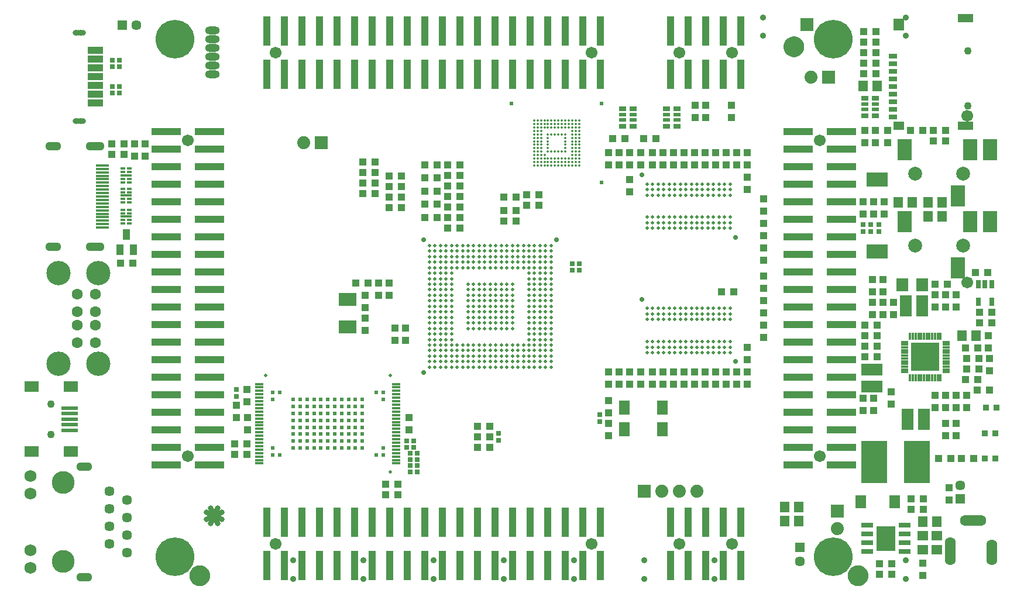
<source format=gbr>
G75*
G70*
%OFA0B0*%
%FSLAX24Y24*%
%IPPOS*%
%LPD*%
%AMOC8*
5,1,8,0,0,1.08239X$1,22.5*
%
%ADD10C,0.0631*%
%ADD11R,0.0740X0.0740*%
%ADD12R,0.0440X0.0440*%
%ADD13R,0.0540X0.0640*%
%ADD14R,0.0434X0.1713*%
%ADD15C,0.0670*%
%ADD16C,0.0434*%
%ADD17C,0.0500*%
%ADD18R,0.0571X0.0571*%
%ADD19C,0.0571*%
%ADD20R,0.0440X0.0200*%
%ADD21R,0.0440X0.0300*%
%ADD22R,0.1457X0.2402*%
%ADD23R,0.0355X0.0355*%
%ADD24C,0.0355*%
%ADD25R,0.0926X0.0237*%
%ADD26R,0.0846X0.0630*%
%ADD27R,0.0394X0.0119*%
%ADD28R,0.0119X0.0394*%
%ADD29R,0.1615X0.1615*%
%ADD30R,0.0749X0.0749*%
%ADD31R,0.0670X0.1221*%
%ADD32R,0.0690X0.0740*%
%ADD33R,0.1221X0.0670*%
%ADD34R,0.0512X0.0138*%
%ADD35R,0.0827X0.1221*%
%ADD36R,0.1221X0.0827*%
%ADD37C,0.0788*%
%ADD38C,0.1300*%
%ADD39C,0.0690*%
%ADD40C,0.0512*%
%ADD41C,0.0197*%
%ADD42C,0.0276*%
%ADD43C,0.0740*%
%ADD44R,0.0749X0.0138*%
%ADD45R,0.0270X0.0280*%
%ADD46R,0.0906X0.0394*%
%ADD47C,0.0317*%
%ADD48R,0.0280X0.0270*%
%ADD49R,0.0257X0.0512*%
%ADD50R,0.1713X0.0434*%
%ADD51R,0.0306X0.0119*%
%ADD52R,0.0345X0.0158*%
%ADD53C,0.1385*%
%ADD54R,0.0985X0.0749*%
%ADD55O,0.0840X0.0440*%
%ADD56R,0.0591X0.0512*%
%ADD57R,0.0591X0.0670*%
%ADD58R,0.0906X0.0512*%
%ADD59R,0.0472X0.0315*%
%ADD60R,0.0591X0.0827*%
%ADD61C,0.0237*%
%ADD62C,0.0808*%
%ADD63R,0.0670X0.0280*%
%ADD64R,0.1071X0.1422*%
%ADD65C,0.0926*%
%ADD66R,0.0611X0.0749*%
%ADD67R,0.0640X0.0540*%
%ADD68R,0.0434X0.0591*%
%ADD69C,0.0138*%
%ADD70C,0.2205*%
D10*
X008927Y021032D03*
X009958Y021032D03*
X009958Y022017D03*
X008927Y022017D03*
X008927Y022804D03*
X009958Y022804D03*
X009958Y023788D03*
X008927Y023788D03*
X058654Y009613D03*
X058654Y009494D03*
X058654Y009376D03*
X058654Y009258D03*
X058654Y009140D03*
X058654Y009022D03*
X058654Y008904D03*
X058654Y008786D03*
X058654Y008668D03*
X061016Y008668D03*
X061016Y008786D03*
X061016Y008904D03*
X061016Y009022D03*
X061016Y009140D03*
X061016Y009258D03*
X061016Y009376D03*
X061016Y009494D03*
X060367Y010892D03*
X060288Y010892D03*
X060170Y010892D03*
X060052Y010892D03*
X059934Y010892D03*
X059816Y010892D03*
X059697Y010892D03*
X059579Y010892D03*
X059501Y010892D03*
D11*
X052227Y011410D03*
X041227Y012560D03*
X022827Y032410D03*
X050477Y039160D03*
X051727Y036160D03*
D12*
X053727Y036360D03*
X054427Y036360D03*
X054427Y036960D03*
X054427Y037560D03*
X054427Y038160D03*
X053727Y038160D03*
X053727Y037560D03*
X053727Y036960D03*
X053727Y038760D03*
X054427Y038760D03*
X046177Y034560D03*
X046177Y033860D03*
X044727Y033860D03*
X044127Y033860D03*
X044127Y034560D03*
X044727Y034560D03*
X041877Y032660D03*
X041177Y032660D03*
X041027Y031860D03*
X041677Y031860D03*
X042277Y031860D03*
X042877Y031860D03*
X043477Y031860D03*
X044077Y031860D03*
X044677Y031860D03*
X045277Y031860D03*
X045877Y031860D03*
X046477Y031860D03*
X047077Y031860D03*
X047077Y031160D03*
X046477Y031160D03*
X045877Y031160D03*
X045277Y031160D03*
X044677Y031160D03*
X044077Y031160D03*
X043477Y031160D03*
X042877Y031160D03*
X042277Y031160D03*
X041677Y031160D03*
X041027Y031160D03*
X040377Y031160D03*
X039777Y031160D03*
X039177Y031160D03*
X039177Y031860D03*
X039777Y031860D03*
X040377Y031860D03*
X040127Y032660D03*
X039427Y032660D03*
X040377Y030310D03*
X040377Y029610D03*
X035227Y029460D03*
X035227Y028860D03*
X034527Y028860D03*
X034527Y029460D03*
X033927Y029310D03*
X033227Y029310D03*
X033227Y028560D03*
X033227Y027960D03*
X033927Y027960D03*
X033927Y028560D03*
X030727Y028760D03*
X030727Y028160D03*
X030727Y027560D03*
X030027Y027560D03*
X030027Y028160D03*
X029427Y028160D03*
X028727Y028160D03*
X030027Y028760D03*
X029427Y028910D03*
X028727Y028910D03*
X028727Y029660D03*
X029427Y029660D03*
X030027Y029360D03*
X030027Y029960D03*
X030027Y030560D03*
X029427Y030410D03*
X028727Y030410D03*
X028727Y031160D03*
X029427Y031160D03*
X030027Y031160D03*
X030727Y031160D03*
X030727Y030560D03*
X030727Y029960D03*
X030727Y029360D03*
X027377Y029310D03*
X027377Y029910D03*
X027377Y030510D03*
X026677Y030510D03*
X026677Y029910D03*
X026677Y029310D03*
X025877Y029510D03*
X025877Y030110D03*
X025177Y030110D03*
X025177Y029510D03*
X026677Y028710D03*
X027377Y028710D03*
X025877Y030710D03*
X025877Y031310D03*
X025177Y031310D03*
X025177Y030710D03*
X025477Y024410D03*
X026077Y024410D03*
X026677Y024410D03*
X026677Y023710D03*
X026077Y023710D03*
X025327Y023710D03*
X025327Y023010D03*
X025327Y022410D03*
X025327Y021710D03*
X027027Y021860D03*
X027627Y021860D03*
X027627Y021160D03*
X027027Y021160D03*
X024777Y024410D03*
X018577Y018360D03*
X018577Y017660D03*
X017977Y017460D03*
X017977Y016760D03*
X018627Y016760D03*
X018627Y016060D03*
X018577Y015260D03*
X018577Y014660D03*
X017877Y014660D03*
X017877Y015260D03*
X026477Y012960D03*
X026477Y012360D03*
X027177Y012360D03*
X027177Y012960D03*
X027827Y016060D03*
X027827Y016760D03*
X031727Y016260D03*
X032427Y016260D03*
X032427Y015660D03*
X032427Y015060D03*
X031727Y015060D03*
X031727Y015660D03*
X039177Y015710D03*
X039177Y016410D03*
X039177Y017010D03*
X039177Y017710D03*
X039177Y018660D03*
X039777Y018660D03*
X040377Y018660D03*
X041027Y018660D03*
X041677Y018660D03*
X042277Y018660D03*
X042877Y018660D03*
X043477Y018660D03*
X044077Y018660D03*
X044677Y018660D03*
X045277Y018660D03*
X045877Y018660D03*
X046477Y018660D03*
X047077Y018660D03*
X047077Y019360D03*
X046477Y019360D03*
X045877Y019360D03*
X045277Y019360D03*
X044677Y019360D03*
X044077Y019360D03*
X043477Y019360D03*
X042877Y019360D03*
X042277Y019360D03*
X041677Y019360D03*
X041027Y019360D03*
X040377Y019360D03*
X039777Y019360D03*
X039177Y019360D03*
X045627Y023910D03*
X046327Y023910D03*
X048027Y024110D03*
X048027Y023410D03*
X048027Y022710D03*
X048027Y022010D03*
X048027Y021310D03*
X047077Y020760D03*
X047077Y020060D03*
X053777Y020210D03*
X054477Y020210D03*
X054477Y020810D03*
X054477Y021410D03*
X054477Y022010D03*
X053777Y022010D03*
X053777Y021410D03*
X053777Y020810D03*
X054227Y022610D03*
X054827Y022610D03*
X055427Y022610D03*
X055427Y023310D03*
X054827Y023310D03*
X054227Y023310D03*
X054227Y023910D03*
X054827Y023910D03*
X054827Y024610D03*
X054227Y024610D03*
X057777Y024360D03*
X058477Y024360D03*
X058377Y023760D03*
X058977Y023760D03*
X058977Y023060D03*
X058377Y023060D03*
X057777Y023060D03*
X057777Y023760D03*
X060077Y025010D03*
X060777Y025010D03*
X061027Y022760D03*
X061027Y022160D03*
X060327Y022160D03*
X060327Y022760D03*
X060827Y021410D03*
X060827Y020710D03*
X060227Y020710D03*
X060277Y020110D03*
X060277Y019510D03*
X060877Y019410D03*
X060877Y020110D03*
X059577Y020110D03*
X059577Y019510D03*
X059527Y018910D03*
X060227Y018910D03*
X060177Y018310D03*
X059577Y018010D03*
X058977Y018010D03*
X058377Y018010D03*
X057777Y018010D03*
X057777Y017310D03*
X058377Y017310D03*
X058977Y017310D03*
X059577Y017310D03*
X058977Y016410D03*
X058377Y016410D03*
X058377Y015710D03*
X058977Y015710D03*
X059277Y014410D03*
X058677Y014410D03*
X057977Y014410D03*
X058577Y012760D03*
X058577Y012060D03*
X057127Y012110D03*
X057127Y011510D03*
X056427Y011510D03*
X056427Y012110D03*
X059977Y014410D03*
X055277Y017510D03*
X055277Y018210D03*
X054277Y017860D03*
X053677Y017860D03*
X053677Y017160D03*
X054277Y017160D03*
X059527Y020710D03*
X060877Y018310D03*
X048027Y024810D03*
X048027Y025710D03*
X048027Y026410D03*
X048027Y027110D03*
X048027Y027810D03*
X048027Y028510D03*
X048027Y029210D03*
X047077Y029760D03*
X047077Y030460D03*
X053677Y029060D03*
X054277Y029060D03*
X054877Y029060D03*
X054877Y028360D03*
X054277Y028360D03*
X053677Y028360D03*
X053777Y032410D03*
X054377Y032410D03*
X055077Y032410D03*
X055077Y033110D03*
X054377Y033110D03*
X053777Y033110D03*
X056377Y033110D03*
X057077Y033110D03*
X057677Y033110D03*
X057677Y032510D03*
X058377Y032510D03*
X058377Y033110D03*
X057077Y008460D03*
X057077Y007760D03*
X055327Y007810D03*
X055327Y008410D03*
X054627Y008410D03*
X054627Y007810D03*
X012777Y031660D03*
X012177Y031660D03*
X011577Y031760D03*
X011577Y032360D03*
X012177Y032360D03*
X012777Y032360D03*
X010877Y032360D03*
X010877Y031760D03*
X011377Y025560D03*
X012077Y025560D03*
D13*
X049227Y011660D03*
X049227Y010860D03*
X050027Y010860D03*
X050027Y011660D03*
X057077Y010810D03*
X057877Y010810D03*
X059327Y021410D03*
X060127Y021410D03*
X058177Y028210D03*
X057377Y028210D03*
X057377Y029010D03*
X056477Y029010D03*
X055677Y029010D03*
X058177Y029010D03*
X054477Y035660D03*
X053677Y035660D03*
D14*
X046727Y036330D03*
X045727Y036330D03*
X044727Y036330D03*
X043727Y036330D03*
X042727Y036330D03*
X042727Y038791D03*
X043727Y038791D03*
X044727Y038791D03*
X045727Y038791D03*
X046727Y038791D03*
X038727Y038791D03*
X037727Y038791D03*
X036727Y038791D03*
X035727Y038791D03*
X034727Y038791D03*
X033727Y038791D03*
X032727Y038791D03*
X031727Y038791D03*
X030727Y038791D03*
X029727Y038791D03*
X028727Y038791D03*
X027727Y038791D03*
X026727Y038791D03*
X025727Y038791D03*
X024727Y038791D03*
X023727Y038791D03*
X022727Y038791D03*
X021727Y038791D03*
X020727Y038791D03*
X019727Y038791D03*
X019727Y036330D03*
X020727Y036330D03*
X021727Y036330D03*
X022727Y036330D03*
X023727Y036330D03*
X024727Y036330D03*
X025727Y036330D03*
X026727Y036330D03*
X027727Y036330D03*
X028727Y036330D03*
X029727Y036330D03*
X030727Y036330D03*
X031727Y036330D03*
X032727Y036330D03*
X033727Y036330D03*
X034727Y036330D03*
X035727Y036330D03*
X036727Y036330D03*
X037727Y036330D03*
X038727Y036330D03*
X038727Y010791D03*
X037727Y010791D03*
X036727Y010791D03*
X035727Y010791D03*
X034727Y010791D03*
X033727Y010791D03*
X032727Y010791D03*
X031727Y010791D03*
X030727Y010791D03*
X029727Y010791D03*
X028727Y010791D03*
X027727Y010791D03*
X026727Y010791D03*
X025727Y010791D03*
X024727Y010791D03*
X023727Y010791D03*
X022727Y010791D03*
X021727Y010791D03*
X020727Y010791D03*
X019727Y010791D03*
X019727Y008330D03*
X020727Y008330D03*
X021727Y008330D03*
X022727Y008330D03*
X023727Y008330D03*
X024727Y008330D03*
X025727Y008330D03*
X026727Y008330D03*
X027727Y008330D03*
X028727Y008330D03*
X029727Y008330D03*
X030727Y008330D03*
X031727Y008330D03*
X032727Y008330D03*
X033727Y008330D03*
X034727Y008330D03*
X035727Y008330D03*
X036727Y008330D03*
X037727Y008330D03*
X038727Y008330D03*
X042727Y008330D03*
X043727Y008330D03*
X044727Y008330D03*
X045727Y008330D03*
X046727Y008330D03*
X046727Y010791D03*
X045727Y010791D03*
X044727Y010791D03*
X043727Y010791D03*
X042727Y010791D03*
D15*
X043227Y009560D03*
X046227Y009560D03*
X051227Y014560D03*
X038227Y009560D03*
X020227Y009560D03*
X015227Y014560D03*
X015227Y032560D03*
X020227Y037560D03*
X038227Y037560D03*
X043227Y037560D03*
X046227Y037560D03*
X051227Y032560D03*
X059629Y033970D03*
X059629Y024446D03*
D16*
X059661Y034510D03*
X059661Y037660D03*
X049727Y037910D03*
X007427Y017530D03*
X007427Y015797D03*
X015877Y007760D03*
X053377Y007760D03*
D17*
X053042Y007760D02*
X053044Y007797D01*
X053050Y007833D01*
X053060Y007869D01*
X053074Y007903D01*
X053092Y007935D01*
X053113Y007966D01*
X053137Y007994D01*
X053164Y008019D01*
X053194Y008040D01*
X053226Y008059D01*
X053260Y008074D01*
X053295Y008085D01*
X053331Y008092D01*
X053368Y008095D01*
X053405Y008094D01*
X053441Y008089D01*
X053477Y008080D01*
X053512Y008067D01*
X053544Y008050D01*
X053575Y008030D01*
X053604Y008006D01*
X053630Y007980D01*
X053652Y007951D01*
X053672Y007919D01*
X053687Y007886D01*
X053699Y007851D01*
X053707Y007815D01*
X053711Y007778D01*
X053711Y007742D01*
X053707Y007705D01*
X053699Y007669D01*
X053687Y007634D01*
X053672Y007601D01*
X053652Y007569D01*
X053630Y007540D01*
X053604Y007514D01*
X053575Y007490D01*
X053545Y007470D01*
X053512Y007453D01*
X053477Y007440D01*
X053441Y007431D01*
X053405Y007426D01*
X053368Y007425D01*
X053331Y007428D01*
X053295Y007435D01*
X053260Y007446D01*
X053226Y007461D01*
X053194Y007480D01*
X053164Y007501D01*
X053137Y007526D01*
X053113Y007554D01*
X053092Y007585D01*
X053074Y007617D01*
X053060Y007651D01*
X053050Y007687D01*
X053044Y007723D01*
X053042Y007760D01*
X015542Y007760D02*
X015544Y007797D01*
X015550Y007833D01*
X015560Y007869D01*
X015574Y007903D01*
X015592Y007935D01*
X015613Y007966D01*
X015637Y007994D01*
X015664Y008019D01*
X015694Y008040D01*
X015726Y008059D01*
X015760Y008074D01*
X015795Y008085D01*
X015831Y008092D01*
X015868Y008095D01*
X015905Y008094D01*
X015941Y008089D01*
X015977Y008080D01*
X016012Y008067D01*
X016044Y008050D01*
X016075Y008030D01*
X016104Y008006D01*
X016130Y007980D01*
X016152Y007951D01*
X016172Y007919D01*
X016187Y007886D01*
X016199Y007851D01*
X016207Y007815D01*
X016211Y007778D01*
X016211Y007742D01*
X016207Y007705D01*
X016199Y007669D01*
X016187Y007634D01*
X016172Y007601D01*
X016152Y007569D01*
X016130Y007540D01*
X016104Y007514D01*
X016075Y007490D01*
X016045Y007470D01*
X016012Y007453D01*
X015977Y007440D01*
X015941Y007431D01*
X015905Y007426D01*
X015868Y007425D01*
X015831Y007428D01*
X015795Y007435D01*
X015760Y007446D01*
X015726Y007461D01*
X015694Y007480D01*
X015664Y007501D01*
X015637Y007526D01*
X015613Y007554D01*
X015592Y007585D01*
X015574Y007617D01*
X015560Y007651D01*
X015550Y007687D01*
X015544Y007723D01*
X015542Y007760D01*
X049392Y037910D02*
X049394Y037947D01*
X049400Y037983D01*
X049410Y038019D01*
X049424Y038053D01*
X049442Y038085D01*
X049463Y038116D01*
X049487Y038144D01*
X049514Y038169D01*
X049544Y038190D01*
X049576Y038209D01*
X049610Y038224D01*
X049645Y038235D01*
X049681Y038242D01*
X049718Y038245D01*
X049755Y038244D01*
X049791Y038239D01*
X049827Y038230D01*
X049862Y038217D01*
X049894Y038200D01*
X049925Y038180D01*
X049954Y038156D01*
X049980Y038130D01*
X050002Y038101D01*
X050022Y038069D01*
X050037Y038036D01*
X050049Y038001D01*
X050057Y037965D01*
X050061Y037928D01*
X050061Y037892D01*
X050057Y037855D01*
X050049Y037819D01*
X050037Y037784D01*
X050022Y037751D01*
X050002Y037719D01*
X049980Y037690D01*
X049954Y037664D01*
X049925Y037640D01*
X049895Y037620D01*
X049862Y037603D01*
X049827Y037590D01*
X049791Y037581D01*
X049755Y037576D01*
X049718Y037575D01*
X049681Y037578D01*
X049645Y037585D01*
X049610Y037596D01*
X049576Y037611D01*
X049544Y037630D01*
X049514Y037651D01*
X049487Y037676D01*
X049463Y037704D01*
X049442Y037735D01*
X049424Y037767D01*
X049410Y037801D01*
X049400Y037837D01*
X049394Y037873D01*
X049392Y037910D01*
D18*
X011483Y039110D03*
X050077Y009354D03*
X059227Y012117D03*
D19*
X059227Y012904D03*
X050077Y008567D03*
X011765Y009064D03*
X010765Y009564D03*
X011765Y010064D03*
X010765Y010564D03*
X011765Y011064D03*
X010765Y011564D03*
X011765Y012064D03*
X010765Y012564D03*
X012271Y039110D03*
D20*
X039977Y034010D03*
X039977Y033710D03*
X040577Y033710D03*
X040577Y034010D03*
X042477Y034010D03*
X042477Y033710D03*
X043077Y033710D03*
X043077Y034010D03*
X053777Y034310D03*
X053777Y034610D03*
X054377Y034610D03*
X054377Y034310D03*
D21*
X054377Y033960D03*
X053777Y033960D03*
X053777Y034960D03*
X054377Y034960D03*
X043077Y034360D03*
X042477Y034360D03*
X042477Y033360D03*
X043077Y033360D03*
X040577Y033360D03*
X039977Y033360D03*
X039977Y034360D03*
X040577Y034360D03*
D22*
X054306Y014210D03*
X056747Y014210D03*
D23*
X060627Y014410D03*
X061227Y014410D03*
X061227Y015860D03*
X060627Y015860D03*
X060677Y017310D03*
X061277Y017310D03*
D24*
X056127Y008610D03*
X056127Y007560D03*
X045227Y007560D03*
X045227Y008610D03*
X041227Y008610D03*
X041227Y007560D03*
X037227Y007560D03*
X037227Y008610D03*
X033227Y008610D03*
X033227Y007560D03*
X029227Y007560D03*
X029227Y008610D03*
X025227Y008610D03*
X025227Y007560D03*
X021227Y007560D03*
X021227Y008610D03*
X047977Y038510D03*
X047977Y039560D03*
X056127Y039560D03*
X056127Y038510D03*
D25*
X008492Y017293D03*
X008492Y016978D03*
X008492Y016663D03*
X008492Y016348D03*
X008492Y016033D03*
D26*
X008533Y014813D03*
X006328Y014813D03*
X006328Y018514D03*
X008533Y018514D03*
D27*
X056046Y019344D03*
X056046Y019502D03*
X056046Y019659D03*
X056046Y019817D03*
X056046Y019974D03*
X056046Y020131D03*
X056046Y020289D03*
X056046Y020446D03*
X056046Y020604D03*
X056046Y020761D03*
X056046Y020919D03*
X056046Y021076D03*
X058408Y021076D03*
X058408Y020919D03*
X058408Y020761D03*
X058408Y020604D03*
X058408Y020446D03*
X058408Y020289D03*
X058408Y020131D03*
X058408Y019974D03*
X058408Y019817D03*
X058408Y019659D03*
X058408Y019502D03*
X058408Y019344D03*
D28*
X058093Y019029D03*
X057936Y019029D03*
X057778Y019029D03*
X057621Y019029D03*
X057463Y019029D03*
X057306Y019029D03*
X057148Y019029D03*
X056991Y019029D03*
X056833Y019029D03*
X056676Y019029D03*
X056518Y019029D03*
X056361Y019029D03*
X056361Y021391D03*
X056518Y021391D03*
X056676Y021391D03*
X056833Y021391D03*
X056991Y021391D03*
X057148Y021391D03*
X057306Y021391D03*
X057463Y021391D03*
X057621Y021391D03*
X057778Y021391D03*
X057936Y021391D03*
X058093Y021391D03*
D29*
X057227Y020210D03*
D30*
X057227Y020210D03*
D31*
X057049Y023110D03*
X056104Y023110D03*
X056204Y016660D03*
X057149Y016660D03*
D32*
X057052Y024310D03*
X055902Y024310D03*
D33*
X054177Y019483D03*
X054177Y018538D03*
D34*
X027075Y018477D03*
X027075Y018280D03*
X027075Y018083D03*
X027075Y017887D03*
X027075Y017690D03*
X027075Y017493D03*
X027075Y017296D03*
X027075Y017099D03*
X027075Y016902D03*
X027075Y016706D03*
X027075Y016509D03*
X027075Y016312D03*
X027075Y016115D03*
X027075Y015918D03*
X027075Y015721D03*
X027075Y015524D03*
X027075Y015328D03*
X027075Y015131D03*
X027075Y014934D03*
X027075Y014737D03*
X027075Y014540D03*
X027075Y014343D03*
X027075Y014146D03*
X027075Y018674D03*
X019279Y018674D03*
X019279Y018477D03*
X019279Y018280D03*
X019279Y018083D03*
X019279Y017887D03*
X019279Y017690D03*
X019279Y017493D03*
X019279Y017296D03*
X019279Y017099D03*
X019279Y016902D03*
X019279Y016706D03*
X019279Y016509D03*
X019279Y016312D03*
X019279Y016115D03*
X019279Y015918D03*
X019279Y015721D03*
X019279Y015524D03*
X019279Y015328D03*
X019279Y015131D03*
X019279Y014934D03*
X019279Y014737D03*
X019279Y014540D03*
X019279Y014343D03*
X019279Y014146D03*
D35*
X056048Y027927D03*
X059080Y029389D03*
X059788Y027927D03*
X060930Y027927D03*
X059080Y025289D03*
X059788Y032027D03*
X060930Y032027D03*
X056048Y032027D03*
D36*
X054473Y030334D03*
X054473Y026234D03*
D37*
X056639Y026549D03*
X059395Y026549D03*
X059395Y030649D03*
X056639Y030649D03*
D38*
X008127Y013060D03*
X008127Y008560D03*
D39*
X006257Y008208D03*
X006257Y009208D03*
X006257Y012413D03*
X006257Y013413D03*
D40*
X009111Y007661D03*
X009190Y007661D03*
X009269Y007661D03*
X009347Y007661D03*
X009426Y007661D03*
X009505Y007661D03*
X009505Y013960D03*
X009426Y013960D03*
X009347Y013960D03*
X009269Y013960D03*
X009190Y013960D03*
X009111Y013960D03*
X009662Y026486D03*
X009761Y026486D03*
X009879Y026486D03*
X010036Y026486D03*
X010095Y026486D03*
X010214Y026486D03*
X007753Y026496D03*
X007635Y026486D03*
X007477Y026486D03*
X007359Y026486D03*
X007359Y032234D03*
X007477Y032234D03*
X007635Y032234D03*
X007753Y032234D03*
X009662Y032234D03*
X009761Y032234D03*
X009879Y032234D03*
X010036Y032234D03*
X010095Y032234D03*
X010214Y032234D03*
D41*
X028979Y026564D03*
X029294Y026564D03*
X029609Y026564D03*
X029924Y026564D03*
X030239Y026564D03*
X030554Y026564D03*
X030869Y026564D03*
X031184Y026564D03*
X031499Y026564D03*
X031814Y026564D03*
X032129Y026564D03*
X032443Y026564D03*
X032443Y026249D03*
X032129Y026249D03*
X032129Y025934D03*
X032443Y025934D03*
X032443Y025619D03*
X032129Y025619D03*
X032129Y025304D03*
X032443Y025304D03*
X032758Y025304D03*
X032758Y025619D03*
X032758Y025934D03*
X032758Y026249D03*
X032758Y026564D03*
X033073Y026564D03*
X033073Y026249D03*
X033073Y025934D03*
X033073Y025619D03*
X033073Y025304D03*
X033388Y025304D03*
X033388Y025619D03*
X033388Y025934D03*
X033388Y026249D03*
X033388Y026564D03*
X033703Y026564D03*
X033703Y026249D03*
X033703Y025934D03*
X033703Y025619D03*
X033703Y025304D03*
X034018Y025304D03*
X034018Y025619D03*
X034018Y025934D03*
X034018Y026249D03*
X034018Y026564D03*
X034333Y026564D03*
X034333Y026249D03*
X034333Y025934D03*
X034333Y025619D03*
X034333Y025304D03*
X034648Y025304D03*
X034648Y025619D03*
X034648Y025934D03*
X034648Y026249D03*
X034648Y026564D03*
X034963Y026564D03*
X035278Y026564D03*
X035593Y026564D03*
X035908Y026564D03*
X035908Y026249D03*
X035593Y026249D03*
X035278Y026249D03*
X034963Y026249D03*
X034963Y025934D03*
X034963Y025619D03*
X034963Y025304D03*
X034963Y024989D03*
X034648Y024989D03*
X034648Y024674D03*
X034648Y024359D03*
X034648Y024044D03*
X034648Y023729D03*
X034648Y023414D03*
X034648Y023099D03*
X034648Y022784D03*
X034648Y022469D03*
X034648Y022154D03*
X034648Y021839D03*
X034648Y021524D03*
X034648Y021209D03*
X034648Y020894D03*
X034648Y020580D03*
X034333Y020580D03*
X034333Y020894D03*
X034018Y020894D03*
X034018Y020580D03*
X033703Y020580D03*
X033703Y020894D03*
X033388Y020894D03*
X033388Y020580D03*
X033073Y020580D03*
X033073Y020894D03*
X032758Y020894D03*
X032758Y020580D03*
X032443Y020580D03*
X032443Y020894D03*
X032129Y020894D03*
X032129Y020580D03*
X032129Y020265D03*
X032443Y020265D03*
X032443Y019950D03*
X032129Y019950D03*
X032129Y019635D03*
X032443Y019635D03*
X032758Y019635D03*
X032758Y019950D03*
X032758Y020265D03*
X033073Y020265D03*
X033388Y020265D03*
X033703Y020265D03*
X034018Y020265D03*
X034333Y020265D03*
X034648Y020265D03*
X034963Y020265D03*
X034963Y020580D03*
X034963Y020894D03*
X035278Y020894D03*
X035278Y020580D03*
X035593Y020580D03*
X035593Y020894D03*
X035908Y020894D03*
X035908Y020580D03*
X035908Y020265D03*
X035593Y020265D03*
X035278Y020265D03*
X035278Y019950D03*
X034963Y019950D03*
X034648Y019950D03*
X034333Y019950D03*
X034018Y019950D03*
X033703Y019950D03*
X033388Y019950D03*
X033073Y019950D03*
X033073Y019635D03*
X033388Y019635D03*
X033703Y019635D03*
X034018Y019635D03*
X034333Y019635D03*
X034648Y019635D03*
X034963Y019635D03*
X035278Y019635D03*
X035593Y019635D03*
X035593Y019950D03*
X035908Y019950D03*
X035908Y019635D03*
X035908Y021209D03*
X035593Y021209D03*
X035278Y021209D03*
X034963Y021209D03*
X034963Y021524D03*
X035278Y021524D03*
X035593Y021524D03*
X035908Y021524D03*
X035908Y021839D03*
X035593Y021839D03*
X035278Y021839D03*
X034963Y021839D03*
X034963Y022154D03*
X035278Y022154D03*
X035593Y022154D03*
X035908Y022154D03*
X035908Y022469D03*
X035593Y022469D03*
X035278Y022469D03*
X034963Y022469D03*
X034963Y022784D03*
X035278Y022784D03*
X035593Y022784D03*
X035908Y022784D03*
X035908Y023099D03*
X035593Y023099D03*
X035278Y023099D03*
X034963Y023099D03*
X034963Y023414D03*
X034963Y023729D03*
X034963Y024044D03*
X034963Y024359D03*
X034963Y024674D03*
X035278Y024674D03*
X035278Y024359D03*
X035278Y024044D03*
X035278Y023729D03*
X035278Y023414D03*
X035593Y023414D03*
X035908Y023414D03*
X035908Y023729D03*
X035593Y023729D03*
X035593Y024044D03*
X035593Y024359D03*
X035593Y024674D03*
X035593Y024989D03*
X035278Y024989D03*
X035278Y025304D03*
X035278Y025619D03*
X035278Y025934D03*
X035593Y025934D03*
X035908Y025934D03*
X035908Y025619D03*
X035593Y025619D03*
X035593Y025304D03*
X035908Y025304D03*
X035908Y024989D03*
X035908Y024674D03*
X035908Y024359D03*
X035908Y024044D03*
X033703Y024044D03*
X033388Y024044D03*
X033073Y024044D03*
X032758Y024044D03*
X032443Y024044D03*
X032129Y024044D03*
X032129Y023729D03*
X032443Y023729D03*
X032443Y023414D03*
X032129Y023414D03*
X032129Y023099D03*
X032443Y023099D03*
X032443Y022784D03*
X032129Y022784D03*
X032129Y022469D03*
X032443Y022469D03*
X032443Y022154D03*
X032129Y022154D03*
X032129Y021839D03*
X032443Y021839D03*
X032758Y021839D03*
X032758Y022154D03*
X032758Y022469D03*
X032758Y022784D03*
X032758Y023099D03*
X032758Y023414D03*
X032758Y023729D03*
X033073Y023729D03*
X033073Y023414D03*
X033073Y023099D03*
X033073Y022784D03*
X033073Y022469D03*
X033073Y022154D03*
X033073Y021839D03*
X033388Y021839D03*
X033703Y021839D03*
X033703Y022154D03*
X033388Y022154D03*
X033388Y022469D03*
X033388Y022784D03*
X033388Y023099D03*
X033388Y023414D03*
X033388Y023729D03*
X033703Y023729D03*
X033703Y023414D03*
X033703Y023099D03*
X033703Y022784D03*
X033703Y022469D03*
X031814Y022469D03*
X031814Y022154D03*
X031814Y021839D03*
X031499Y021839D03*
X031499Y022154D03*
X031499Y022469D03*
X031499Y022784D03*
X031814Y022784D03*
X031814Y023099D03*
X031814Y023414D03*
X031814Y023729D03*
X031814Y024044D03*
X031814Y024359D03*
X032129Y024359D03*
X032443Y024359D03*
X032758Y024359D03*
X033073Y024359D03*
X033388Y024359D03*
X033703Y024359D03*
X031814Y025304D03*
X031814Y025619D03*
X031814Y025934D03*
X031814Y026249D03*
X031499Y026249D03*
X031499Y025934D03*
X031499Y025619D03*
X031499Y025304D03*
X031184Y025304D03*
X031184Y025619D03*
X031184Y025934D03*
X031184Y026249D03*
X030869Y026249D03*
X030869Y025934D03*
X030869Y025619D03*
X030869Y025304D03*
X030554Y025304D03*
X030554Y025619D03*
X030554Y025934D03*
X030554Y026249D03*
X030239Y026249D03*
X030239Y025934D03*
X030239Y025619D03*
X030239Y025304D03*
X030239Y024989D03*
X030239Y024674D03*
X030239Y024359D03*
X030239Y024044D03*
X030239Y023729D03*
X030239Y023414D03*
X030239Y023099D03*
X030239Y022784D03*
X030239Y022469D03*
X030239Y022154D03*
X030239Y021839D03*
X030239Y021524D03*
X030239Y021209D03*
X030239Y020894D03*
X030239Y020580D03*
X030554Y020580D03*
X030554Y020894D03*
X030869Y020894D03*
X030869Y020580D03*
X031184Y020580D03*
X031184Y020894D03*
X031499Y020894D03*
X031499Y020580D03*
X031814Y020580D03*
X031814Y020894D03*
X031814Y020265D03*
X031814Y019950D03*
X031814Y019635D03*
X031499Y019635D03*
X031499Y019950D03*
X031499Y020265D03*
X031184Y020265D03*
X030869Y020265D03*
X030554Y020265D03*
X030239Y020265D03*
X029924Y020265D03*
X029924Y020580D03*
X029924Y020894D03*
X029609Y020894D03*
X029609Y020580D03*
X029294Y020580D03*
X029294Y020894D03*
X028979Y020894D03*
X028979Y020580D03*
X028979Y020265D03*
X029294Y020265D03*
X029609Y020265D03*
X029609Y019950D03*
X029924Y019950D03*
X030239Y019950D03*
X030554Y019950D03*
X030869Y019950D03*
X031184Y019950D03*
X031184Y019635D03*
X030869Y019635D03*
X030554Y019635D03*
X030239Y019635D03*
X029924Y019635D03*
X029609Y019635D03*
X029294Y019635D03*
X029294Y019950D03*
X028979Y019950D03*
X028979Y019635D03*
X026735Y019162D03*
X028979Y021209D03*
X029294Y021209D03*
X029609Y021209D03*
X029924Y021209D03*
X029924Y021524D03*
X029609Y021524D03*
X029294Y021524D03*
X028979Y021524D03*
X028979Y021839D03*
X029294Y021839D03*
X029609Y021839D03*
X029924Y021839D03*
X029924Y022154D03*
X029609Y022154D03*
X029294Y022154D03*
X028979Y022154D03*
X028979Y022469D03*
X029294Y022469D03*
X029609Y022469D03*
X029924Y022469D03*
X029924Y022784D03*
X029609Y022784D03*
X029294Y022784D03*
X028979Y022784D03*
X028979Y023099D03*
X029294Y023099D03*
X029609Y023099D03*
X029924Y023099D03*
X029924Y023414D03*
X029924Y023729D03*
X029924Y024044D03*
X029924Y024359D03*
X029924Y024674D03*
X029924Y024989D03*
X029924Y025304D03*
X029924Y025619D03*
X029924Y025934D03*
X029924Y026249D03*
X029609Y026249D03*
X029609Y025934D03*
X029609Y025619D03*
X029609Y025304D03*
X029609Y024989D03*
X029609Y024674D03*
X029609Y024359D03*
X029609Y024044D03*
X029609Y023729D03*
X029609Y023414D03*
X029294Y023414D03*
X028979Y023414D03*
X028979Y023729D03*
X029294Y023729D03*
X029294Y024044D03*
X029294Y024359D03*
X029294Y024674D03*
X029294Y024989D03*
X029294Y025304D03*
X029294Y025619D03*
X029294Y025934D03*
X029294Y026249D03*
X028979Y026249D03*
X028979Y025934D03*
X028979Y025619D03*
X028979Y025304D03*
X028979Y024989D03*
X028979Y024674D03*
X028979Y024359D03*
X028979Y024044D03*
X031184Y024044D03*
X031499Y024044D03*
X031499Y023729D03*
X031499Y023414D03*
X031499Y023099D03*
X031184Y023099D03*
X031184Y022784D03*
X031184Y022469D03*
X031184Y022154D03*
X031184Y021839D03*
X031184Y023414D03*
X031184Y023729D03*
X031184Y024359D03*
X031499Y024359D03*
X041380Y022981D03*
X041380Y022666D03*
X041380Y022351D03*
X041695Y022351D03*
X041695Y022666D03*
X041695Y022981D03*
X042010Y022981D03*
X042010Y022666D03*
X042010Y022351D03*
X042325Y022351D03*
X042325Y022666D03*
X042325Y022981D03*
X042640Y022981D03*
X042640Y022666D03*
X042640Y022351D03*
X042955Y022351D03*
X042955Y022666D03*
X042955Y022981D03*
X043270Y022981D03*
X043270Y022666D03*
X043270Y022351D03*
X043585Y022351D03*
X043585Y022666D03*
X043585Y022981D03*
X043900Y022981D03*
X043900Y022666D03*
X043900Y022351D03*
X044215Y022351D03*
X044530Y022351D03*
X044845Y022351D03*
X045160Y022351D03*
X045475Y022351D03*
X045790Y022351D03*
X046105Y022351D03*
X046105Y022666D03*
X045790Y022666D03*
X045475Y022666D03*
X045160Y022666D03*
X044845Y022666D03*
X044530Y022666D03*
X044215Y022666D03*
X044215Y022981D03*
X044530Y022981D03*
X044845Y022981D03*
X045160Y022981D03*
X045475Y022981D03*
X045790Y022981D03*
X046105Y022981D03*
X046105Y021091D03*
X046105Y020776D03*
X046105Y020461D03*
X045790Y020461D03*
X045475Y020461D03*
X045160Y020461D03*
X044845Y020461D03*
X044530Y020461D03*
X044215Y020461D03*
X043900Y020461D03*
X043585Y020461D03*
X043270Y020461D03*
X042955Y020461D03*
X042640Y020461D03*
X042325Y020461D03*
X042010Y020461D03*
X041695Y020461D03*
X041380Y020461D03*
X041380Y020776D03*
X041380Y021091D03*
X041695Y021091D03*
X041695Y020776D03*
X042010Y020776D03*
X042010Y021091D03*
X042325Y021091D03*
X042325Y020776D03*
X042640Y020776D03*
X042955Y020776D03*
X043270Y020776D03*
X043585Y020776D03*
X043900Y020776D03*
X044215Y020776D03*
X044530Y020776D03*
X044845Y020776D03*
X045160Y020776D03*
X045475Y020776D03*
X045790Y020776D03*
X045790Y021091D03*
X045475Y021091D03*
X045160Y021091D03*
X044845Y021091D03*
X044530Y021091D03*
X044215Y021091D03*
X043900Y021091D03*
X043585Y021091D03*
X043270Y021091D03*
X042955Y021091D03*
X042640Y021091D03*
X042640Y027548D03*
X042325Y027548D03*
X042010Y027548D03*
X041695Y027548D03*
X041380Y027548D03*
X041380Y027863D03*
X041380Y028178D03*
X041695Y028178D03*
X041695Y027863D03*
X042010Y027863D03*
X042010Y028178D03*
X042325Y028178D03*
X042325Y027863D03*
X042640Y027863D03*
X042640Y028178D03*
X042955Y028178D03*
X042955Y027863D03*
X042955Y027548D03*
X043270Y027548D03*
X043270Y027863D03*
X043270Y028178D03*
X043585Y028178D03*
X043585Y027863D03*
X043585Y027548D03*
X043900Y027548D03*
X043900Y027863D03*
X043900Y028178D03*
X044215Y028178D03*
X044215Y027863D03*
X044215Y027548D03*
X044530Y027548D03*
X044530Y027863D03*
X044530Y028178D03*
X044845Y028178D03*
X045160Y028178D03*
X045475Y028178D03*
X045790Y028178D03*
X046105Y028178D03*
X046105Y027863D03*
X046105Y027548D03*
X045790Y027548D03*
X045790Y027863D03*
X045475Y027863D03*
X045475Y027548D03*
X045160Y027548D03*
X044845Y027548D03*
X044845Y027863D03*
X045160Y027863D03*
X045160Y029438D03*
X045160Y029753D03*
X045160Y030068D03*
X044845Y030068D03*
X044530Y030068D03*
X044215Y030068D03*
X043900Y030068D03*
X043585Y030068D03*
X043270Y030068D03*
X042955Y030068D03*
X042640Y030068D03*
X042325Y030068D03*
X042010Y030068D03*
X041695Y030068D03*
X041380Y030068D03*
X041380Y029753D03*
X041380Y029438D03*
X041695Y029438D03*
X041695Y029753D03*
X042010Y029753D03*
X042010Y029438D03*
X042325Y029438D03*
X042325Y029753D03*
X042640Y029753D03*
X042640Y029438D03*
X042955Y029438D03*
X042955Y029753D03*
X043270Y029753D03*
X043585Y029753D03*
X043900Y029753D03*
X044215Y029753D03*
X044530Y029753D03*
X044845Y029753D03*
X044845Y029438D03*
X044530Y029438D03*
X044215Y029438D03*
X043900Y029438D03*
X043585Y029438D03*
X043270Y029438D03*
X045475Y029438D03*
X045475Y029753D03*
X045475Y030068D03*
X045790Y030068D03*
X046105Y030068D03*
X046105Y029753D03*
X045790Y029753D03*
X045790Y029438D03*
X046105Y029438D03*
X026735Y013650D03*
X019648Y019162D03*
D42*
X028664Y019320D03*
X028664Y026879D03*
X036223Y026879D03*
X041085Y023493D03*
X046400Y027036D03*
X041085Y030580D03*
X046400Y019950D03*
D43*
X044227Y012560D03*
X043227Y012560D03*
X042227Y012560D03*
X052227Y010410D03*
X021827Y032410D03*
X050727Y036160D03*
D44*
X010351Y031132D03*
X010351Y030935D03*
X010351Y030738D03*
X010351Y030541D03*
X010351Y030344D03*
X010351Y030148D03*
X010351Y029951D03*
X010351Y029754D03*
X010351Y029557D03*
X010351Y029360D03*
X010351Y029163D03*
X010351Y028967D03*
X010351Y028770D03*
X010351Y028573D03*
X010351Y028376D03*
X010351Y028179D03*
X010351Y027982D03*
X010351Y027785D03*
X010351Y027589D03*
D45*
X017977Y018360D03*
X017977Y017960D03*
X032927Y015860D03*
X032927Y015460D03*
X038677Y016510D03*
X038677Y016910D03*
X053677Y027360D03*
X053677Y027760D03*
X054127Y027760D03*
X054127Y027360D03*
X054577Y027360D03*
X054577Y027760D03*
D46*
X009933Y034682D03*
X009933Y035182D03*
X009933Y035682D03*
X009933Y036182D03*
X009933Y036682D03*
X009933Y037182D03*
X009933Y037682D03*
D47*
X009234Y038690D03*
X009156Y038690D03*
X009067Y038690D03*
X008969Y038690D03*
X008880Y038690D03*
X008801Y038690D03*
X008801Y033674D03*
X008880Y033674D03*
X008969Y033674D03*
X009067Y033674D03*
X009156Y033674D03*
X009234Y033674D03*
X016530Y011593D03*
X016294Y011357D03*
X016294Y010963D03*
X016530Y010727D03*
X016924Y010727D03*
X017160Y010963D03*
X017160Y011357D03*
X016924Y011593D03*
D48*
X027877Y013660D03*
X027877Y014010D03*
X027877Y014360D03*
X027877Y014710D03*
X028277Y014710D03*
X028277Y014360D03*
X028277Y014010D03*
X028277Y013660D03*
X028077Y015060D03*
X028077Y015410D03*
X027677Y015410D03*
X027677Y015060D03*
X037127Y025160D03*
X037127Y025510D03*
X037527Y025510D03*
X037527Y025160D03*
X011327Y035260D03*
X011327Y035610D03*
X010927Y035610D03*
X010927Y035260D03*
X010927Y036760D03*
X010927Y037110D03*
X011327Y037110D03*
X011327Y036760D03*
D49*
X060253Y024372D03*
X060627Y024372D03*
X061001Y024372D03*
X061001Y023348D03*
X060253Y023348D03*
D50*
X052457Y023060D03*
X052457Y024060D03*
X052457Y025060D03*
X052457Y026060D03*
X052457Y027060D03*
X052457Y028060D03*
X052457Y029060D03*
X052457Y030060D03*
X052457Y031060D03*
X052457Y032060D03*
X052457Y033060D03*
X049997Y033060D03*
X049997Y032060D03*
X049997Y031060D03*
X049997Y030060D03*
X049997Y029060D03*
X049997Y028060D03*
X049997Y027060D03*
X049997Y026060D03*
X049997Y025060D03*
X049997Y024060D03*
X049997Y023060D03*
X049997Y022060D03*
X049997Y021060D03*
X049997Y020060D03*
X049997Y019060D03*
X049997Y018060D03*
X049997Y017060D03*
X049997Y016060D03*
X049997Y015060D03*
X049997Y014060D03*
X052457Y014060D03*
X052457Y015060D03*
X052457Y016060D03*
X052457Y017060D03*
X052457Y018060D03*
X052457Y019060D03*
X052457Y020060D03*
X052457Y021060D03*
X052457Y022060D03*
X016457Y022060D03*
X016457Y021060D03*
X016457Y020060D03*
X016457Y019060D03*
X016457Y018060D03*
X016457Y017060D03*
X016457Y016060D03*
X016457Y015060D03*
X016457Y014060D03*
X013997Y014060D03*
X013997Y015060D03*
X013997Y016060D03*
X013997Y017060D03*
X013997Y018060D03*
X013997Y019060D03*
X013997Y020060D03*
X013997Y021060D03*
X013997Y022060D03*
X013997Y023060D03*
X013997Y024060D03*
X013997Y025060D03*
X013997Y026060D03*
X013997Y027060D03*
X013997Y028060D03*
X013997Y029060D03*
X013997Y030060D03*
X013997Y031060D03*
X013997Y032060D03*
X013997Y033060D03*
X016457Y033060D03*
X016457Y032060D03*
X016457Y031060D03*
X016457Y030060D03*
X016457Y029060D03*
X016457Y028060D03*
X016457Y027060D03*
X016457Y026060D03*
X016457Y025060D03*
X016457Y024060D03*
X016457Y023060D03*
D51*
X011869Y027817D03*
X011869Y028013D03*
X011525Y028013D03*
X011525Y027817D03*
X011525Y028407D03*
X011525Y028604D03*
X011869Y028604D03*
X011869Y028407D03*
X011869Y029017D03*
X011869Y029213D03*
X011525Y029213D03*
X011525Y029017D03*
X011525Y029607D03*
X011525Y029804D03*
X011869Y029804D03*
X011869Y029607D03*
X011869Y030167D03*
X011869Y030363D03*
X011525Y030363D03*
X011525Y030167D03*
X011525Y030757D03*
X011525Y030954D03*
X011869Y030954D03*
X011869Y030757D03*
D52*
X011849Y030560D03*
X011544Y030560D03*
X011544Y029410D03*
X011849Y029410D03*
X011849Y028210D03*
X011544Y028210D03*
D53*
X010108Y024997D03*
X007864Y024997D03*
X007864Y019824D03*
X010108Y019824D03*
D54*
X024327Y021923D03*
X024327Y023498D03*
D55*
X016627Y036310D03*
X016627Y036810D03*
X016627Y037310D03*
X016627Y037810D03*
X016627Y038310D03*
X016627Y038810D03*
D56*
X055724Y033408D03*
D57*
X055724Y039156D03*
D58*
X059503Y039510D03*
X059503Y033408D03*
D59*
X055369Y033881D03*
X055369Y034314D03*
X055369Y034747D03*
X055369Y035180D03*
X055369Y035613D03*
X055369Y036046D03*
X055369Y036479D03*
X055369Y036912D03*
X055369Y037345D03*
D60*
X042260Y017340D03*
X042260Y016080D03*
X040094Y016080D03*
X040094Y017340D03*
D61*
X026341Y017784D03*
X026341Y018178D03*
X025947Y018178D03*
X025160Y017784D03*
X025160Y017391D03*
X024766Y017391D03*
X024766Y017784D03*
X024373Y017784D03*
X024373Y017391D03*
X023979Y017391D03*
X023979Y017784D03*
X023585Y017784D03*
X023585Y017391D03*
X023191Y017391D03*
X022798Y017391D03*
X022798Y017784D03*
X023191Y017784D03*
X022404Y017784D03*
X022404Y017391D03*
X022010Y017391D03*
X022010Y017784D03*
X021617Y017784D03*
X021617Y017391D03*
X021223Y017391D03*
X021223Y017784D03*
X020436Y018178D03*
X020042Y018178D03*
X020042Y017784D03*
X021223Y016997D03*
X021617Y016997D03*
X022010Y016997D03*
X022010Y016603D03*
X021617Y016603D03*
X021617Y016209D03*
X021617Y015816D03*
X022010Y015816D03*
X022010Y016209D03*
X022404Y016209D03*
X022404Y015816D03*
X022798Y015816D03*
X022798Y016209D03*
X023191Y016209D03*
X023191Y015816D03*
X023191Y015422D03*
X022798Y015422D03*
X022798Y015028D03*
X023191Y015028D03*
X023585Y015028D03*
X023979Y015028D03*
X024373Y015028D03*
X024766Y015028D03*
X025160Y015028D03*
X025160Y015422D03*
X024766Y015422D03*
X024373Y015422D03*
X024373Y015816D03*
X024766Y015816D03*
X024766Y016209D03*
X024373Y016209D03*
X023979Y016209D03*
X023979Y015816D03*
X023585Y015816D03*
X023585Y016209D03*
X023585Y016603D03*
X023191Y016603D03*
X022798Y016603D03*
X022798Y016997D03*
X023191Y016997D03*
X023585Y016997D03*
X023979Y016997D03*
X024373Y016997D03*
X024766Y016997D03*
X024766Y016603D03*
X024373Y016603D03*
X023979Y016603D03*
X023979Y015422D03*
X023585Y015422D03*
X022404Y015422D03*
X022010Y015422D03*
X021617Y015422D03*
X021617Y015028D03*
X022010Y015028D03*
X022404Y015028D03*
X021223Y015028D03*
X021223Y015422D03*
X021223Y015816D03*
X021223Y016209D03*
X021223Y016603D03*
X022404Y016603D03*
X022404Y016997D03*
X025160Y016997D03*
X025160Y016603D03*
X025160Y016209D03*
X025160Y015816D03*
X026341Y015028D03*
X026341Y014635D03*
X025947Y014635D03*
X020436Y014635D03*
X020042Y014635D03*
X020042Y015028D03*
X038782Y030146D03*
X038782Y034674D03*
X033664Y034674D03*
D62*
X016727Y011160D03*
D63*
X053914Y010610D03*
X053914Y010110D03*
X053914Y009610D03*
X053914Y009110D03*
X056040Y009110D03*
X056040Y009610D03*
X056040Y010110D03*
X056040Y010610D03*
D64*
X054977Y009860D03*
D65*
X054977Y009860D03*
D66*
X055490Y011960D03*
X053564Y011960D03*
D67*
X057077Y010010D03*
X057877Y010010D03*
X057877Y009210D03*
X057077Y009210D03*
D68*
X012101Y026327D03*
X011353Y026327D03*
X011727Y027193D03*
D69*
X034943Y031131D03*
X034943Y031328D03*
X034943Y031524D03*
X034943Y031721D03*
X034943Y031918D03*
X034943Y032115D03*
X034943Y032312D03*
X034943Y032509D03*
X034943Y032706D03*
X034943Y032902D03*
X034943Y033099D03*
X034943Y033296D03*
X034943Y033493D03*
X034943Y033690D03*
X035140Y033690D03*
X035140Y033493D03*
X035140Y033296D03*
X035140Y033099D03*
X035140Y032902D03*
X035140Y032706D03*
X035337Y032706D03*
X035337Y032902D03*
X035337Y033099D03*
X035337Y033296D03*
X035337Y033493D03*
X035337Y033690D03*
X035534Y033690D03*
X035731Y033690D03*
X035928Y033690D03*
X036125Y033690D03*
X036321Y033690D03*
X036321Y033493D03*
X036125Y033493D03*
X036125Y033296D03*
X036321Y033296D03*
X036518Y033296D03*
X036518Y033493D03*
X036518Y033690D03*
X036715Y033690D03*
X036912Y033690D03*
X037109Y033690D03*
X037306Y033690D03*
X037503Y033690D03*
X037503Y033493D03*
X037503Y033296D03*
X037503Y033099D03*
X037503Y032902D03*
X037503Y032706D03*
X037503Y032509D03*
X037503Y032312D03*
X037503Y032115D03*
X037503Y031918D03*
X037503Y031721D03*
X037503Y031524D03*
X037503Y031328D03*
X037503Y031131D03*
X037306Y031131D03*
X037306Y031328D03*
X037306Y031524D03*
X037109Y031524D03*
X037109Y031328D03*
X036912Y031328D03*
X036912Y031524D03*
X036715Y031524D03*
X036715Y031328D03*
X036518Y031328D03*
X036518Y031524D03*
X036321Y031524D03*
X036125Y031524D03*
X036125Y031328D03*
X036321Y031328D03*
X036321Y031131D03*
X036125Y031131D03*
X035928Y031131D03*
X035928Y031328D03*
X035928Y031524D03*
X035731Y031524D03*
X035731Y031328D03*
X035534Y031328D03*
X035534Y031524D03*
X035337Y031524D03*
X035337Y031328D03*
X035140Y031328D03*
X035140Y031524D03*
X035140Y031721D03*
X035140Y031918D03*
X035140Y032115D03*
X035140Y032312D03*
X035140Y032509D03*
X035337Y032509D03*
X035337Y032312D03*
X035337Y032115D03*
X035337Y031918D03*
X035337Y031721D03*
X035534Y031721D03*
X035731Y031918D03*
X035928Y031918D03*
X036125Y031918D03*
X036321Y031918D03*
X036518Y031918D03*
X036715Y031918D03*
X036715Y032115D03*
X036715Y032312D03*
X036715Y032509D03*
X036715Y032706D03*
X036715Y032902D03*
X036518Y032902D03*
X036321Y032902D03*
X036125Y032902D03*
X035928Y032902D03*
X035731Y032902D03*
X035731Y032706D03*
X035731Y032509D03*
X035731Y032312D03*
X035731Y032115D03*
X035731Y031131D03*
X035534Y031131D03*
X035337Y031131D03*
X035140Y031131D03*
X036518Y031131D03*
X036715Y031131D03*
X036912Y031131D03*
X037109Y031131D03*
X037109Y031721D03*
X037306Y031721D03*
X037306Y031918D03*
X037306Y032115D03*
X037306Y032312D03*
X037306Y032509D03*
X037306Y032706D03*
X037306Y032902D03*
X037109Y032902D03*
X037109Y032706D03*
X037109Y032509D03*
X037109Y032312D03*
X037109Y032115D03*
X037109Y031918D03*
X037109Y033099D03*
X037306Y033099D03*
X037306Y033296D03*
X037306Y033493D03*
X037109Y033493D03*
X037109Y033296D03*
X036912Y033296D03*
X036715Y033296D03*
X036715Y033493D03*
X036912Y033493D03*
X035928Y033493D03*
X035928Y033296D03*
X035731Y033296D03*
X035731Y033493D03*
X035534Y033493D03*
X035534Y033296D03*
D70*
X051977Y038310D03*
X014477Y038310D03*
X014477Y008810D03*
X051977Y008810D03*
M02*

</source>
